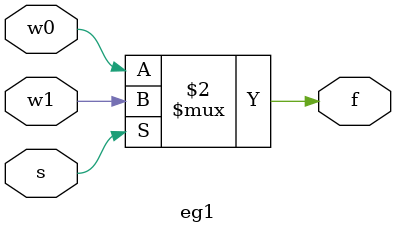
<source format=v>
module eg1(w0, w1, s, f);
	input w0, w1, s;
	output f;
	reg f;
	always @(w0 or w1 or s)
		 f = s?w1:w0;
endmodule
</source>
